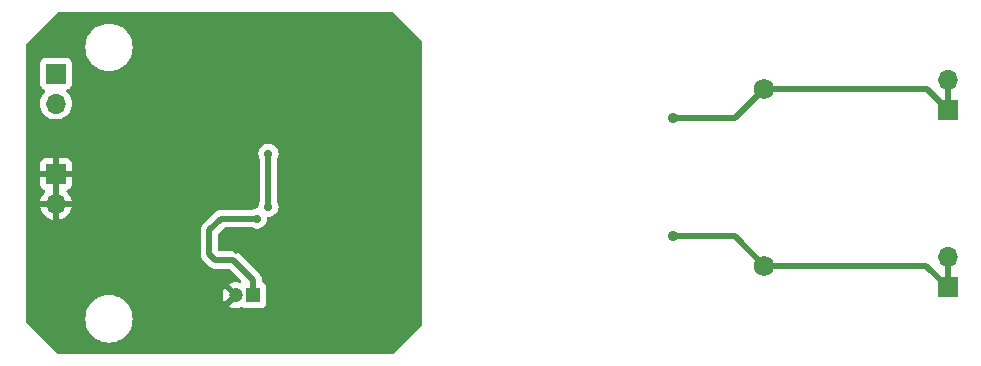
<source format=gbr>
%TF.GenerationSoftware,KiCad,Pcbnew,8.0.2*%
%TF.CreationDate,2024-12-11T18:03:45+01:00*%
%TF.ProjectId,Przetwornica_4_to_400,50727a65-7477-46f7-926e-6963615f345f,rev?*%
%TF.SameCoordinates,Original*%
%TF.FileFunction,Copper,L2,Bot*%
%TF.FilePolarity,Positive*%
%FSLAX46Y46*%
G04 Gerber Fmt 4.6, Leading zero omitted, Abs format (unit mm)*
G04 Created by KiCad (PCBNEW 8.0.2) date 2024-12-11 18:03:45*
%MOMM*%
%LPD*%
G01*
G04 APERTURE LIST*
%TA.AperFunction,ComponentPad*%
%ADD10R,1.700000X1.700000*%
%TD*%
%TA.AperFunction,ComponentPad*%
%ADD11O,1.700000X1.700000*%
%TD*%
%TA.AperFunction,ComponentPad*%
%ADD12C,1.725000*%
%TD*%
%TA.AperFunction,ComponentPad*%
%ADD13R,1.200000X1.200000*%
%TD*%
%TA.AperFunction,ComponentPad*%
%ADD14C,1.200000*%
%TD*%
%TA.AperFunction,ViaPad*%
%ADD15C,0.500000*%
%TD*%
%TA.AperFunction,ViaPad*%
%ADD16C,0.900000*%
%TD*%
%TA.AperFunction,ViaPad*%
%ADD17C,0.700000*%
%TD*%
%TA.AperFunction,Conductor*%
%ADD18C,0.500000*%
%TD*%
G04 APERTURE END LIST*
D10*
%TO.P,J2,1,Pin_1*%
%TO.N,GND1*%
X132000000Y-67290000D03*
D11*
%TO.P,J2,2,Pin_2*%
X132000000Y-64750000D03*
%TD*%
D10*
%TO.P,J3,1,Pin_1*%
%TO.N,Net-(J3-Pin_1)*%
X56500000Y-49225000D03*
D11*
%TO.P,J3,2,Pin_2*%
X56500000Y-51765000D03*
%TD*%
D12*
%TO.P,C1,1,1*%
%TO.N,GND1*%
X116500000Y-65500000D03*
%TO.P,C1,2,2*%
%TO.N,Net-(D1-K)*%
X116500000Y-50500000D03*
%TD*%
D10*
%TO.P,J1,1,Pin_1*%
%TO.N,Net-(D1-K)*%
X132000000Y-52275000D03*
D11*
%TO.P,J1,2,Pin_2*%
X132000000Y-49735000D03*
%TD*%
D13*
%TO.P,C2,1*%
%TO.N,Net-(U1-INTVCC)*%
X73222600Y-68000000D03*
D14*
%TO.P,C2,2*%
%TO.N,GND*%
X71722600Y-68000000D03*
%TD*%
D10*
%TO.P,J5,1,Pin_1*%
%TO.N,GND*%
X56500000Y-57725000D03*
D11*
%TO.P,J5,2,Pin_2*%
X56500000Y-60265000D03*
%TD*%
D15*
%TO.N,GND*%
X77250000Y-55000000D03*
X77500000Y-56750000D03*
X77500000Y-59250000D03*
X81000000Y-59250000D03*
X81000000Y-56750000D03*
X81000000Y-54250000D03*
X81000000Y-51750000D03*
X68250000Y-58500000D03*
X69750000Y-58500000D03*
X70500000Y-66000000D03*
X69000000Y-65500000D03*
X68500000Y-64750000D03*
D16*
%TO.N,Net-(D1-K)*%
X108750000Y-53000000D03*
D15*
%TO.N,GND*%
X54250000Y-56250000D03*
X63250000Y-61750000D03*
X59500000Y-53000000D03*
X63000000Y-50000000D03*
X85750000Y-51750000D03*
X83000000Y-45250000D03*
X68000000Y-54500000D03*
X54500000Y-62500000D03*
X80000000Y-72250000D03*
X64500000Y-63000000D03*
X76750000Y-56000000D03*
X58500000Y-52000000D03*
X58500000Y-55750000D03*
X83750000Y-50000000D03*
X56750000Y-54000000D03*
X76750000Y-52250000D03*
X82750000Y-57500000D03*
X67750000Y-64750000D03*
X74500000Y-45500000D03*
X77250000Y-64250000D03*
X73250000Y-59250000D03*
X54500000Y-52750000D03*
X68250000Y-63500000D03*
X67750000Y-66000000D03*
X69500000Y-66000000D03*
X66500000Y-54500000D03*
X67000000Y-45500000D03*
X58000000Y-72000000D03*
X82750000Y-62250000D03*
X60500000Y-63500000D03*
X85750000Y-60750000D03*
X70000000Y-72250000D03*
X82500000Y-53250000D03*
X74750000Y-72250000D03*
X73000000Y-64250000D03*
X69000000Y-58500000D03*
X74000000Y-54750000D03*
X75250000Y-53500000D03*
X75750000Y-64250000D03*
X63500000Y-54500000D03*
X69500000Y-54500000D03*
X64500000Y-47250000D03*
X64750000Y-69500000D03*
X57500000Y-45500000D03*
X75500000Y-59000000D03*
X84000000Y-72000000D03*
X65000000Y-54500000D03*
X83000000Y-67250000D03*
X76250000Y-50000000D03*
X86000000Y-65250000D03*
X54750000Y-47000000D03*
X74250000Y-64250000D03*
X71000000Y-54500000D03*
X71500000Y-58000000D03*
X85750000Y-56000000D03*
X79000000Y-64250000D03*
X70500000Y-64000000D03*
X64500000Y-72250000D03*
X60750000Y-61250000D03*
X76250000Y-61750000D03*
X79000000Y-51250000D03*
X67750000Y-67500000D03*
X72500000Y-54750000D03*
X86000000Y-69750000D03*
X78250000Y-67750000D03*
X58750000Y-66000000D03*
X68750000Y-50000000D03*
X54500000Y-68750000D03*
X71750000Y-64250000D03*
X60250000Y-57250000D03*
X76000000Y-60500000D03*
X77500000Y-61750000D03*
X60500000Y-59750000D03*
X66500000Y-58000000D03*
X62000000Y-54500000D03*
X60500000Y-54000000D03*
D17*
%TO.N,Net-(U1-INTVCC)*%
X73500000Y-61500000D03*
%TO.N,Net-(J3-Pin_1)*%
X74500000Y-56000000D03*
X74500000Y-60500000D03*
D16*
%TO.N,GND1*%
X108750000Y-63000000D03*
%TD*%
D18*
%TO.N,Net-(D1-K)*%
X132000000Y-49735000D02*
X132000000Y-52275000D01*
X116500000Y-50500000D02*
X130225000Y-50500000D01*
X130225000Y-50500000D02*
X132000000Y-52275000D01*
X114000000Y-53000000D02*
X116500000Y-50500000D01*
X108750000Y-53000000D02*
X114000000Y-53000000D01*
%TO.N,Net-(U1-INTVCC)*%
X73222600Y-66722600D02*
X73222600Y-68000000D01*
X69500000Y-62500000D02*
X69500000Y-64500000D01*
X71500000Y-65000000D02*
X73222600Y-66722600D01*
X70500000Y-61500000D02*
X69500000Y-62500000D01*
X73500000Y-61500000D02*
X70500000Y-61500000D01*
X69500000Y-64500000D02*
X70000000Y-65000000D01*
X70000000Y-65000000D02*
X71500000Y-65000000D01*
%TO.N,Net-(J3-Pin_1)*%
X74500000Y-56200000D02*
X74500000Y-60500000D01*
%TO.N,GND1*%
X130210000Y-65500000D02*
X132000000Y-67290000D01*
X114000000Y-63000000D02*
X116500000Y-65500000D01*
X108750000Y-63000000D02*
X114000000Y-63000000D01*
X116500000Y-65500000D02*
X130210000Y-65500000D01*
X132000000Y-64750000D02*
X132000000Y-67290000D01*
%TD*%
%TA.AperFunction,Conductor*%
%TO.N,GND*%
G36*
X56750000Y-59831988D02*
G01*
X56692993Y-59799075D01*
X56565826Y-59765000D01*
X56434174Y-59765000D01*
X56307007Y-59799075D01*
X56250000Y-59831988D01*
X56250000Y-58158012D01*
X56307007Y-58190925D01*
X56434174Y-58225000D01*
X56565826Y-58225000D01*
X56692993Y-58190925D01*
X56750000Y-58158012D01*
X56750000Y-59831988D01*
G37*
%TD.AperFunction*%
%TA.AperFunction,Conductor*%
G36*
X85016177Y-44020185D02*
G01*
X85036819Y-44036819D01*
X87463681Y-46463681D01*
X87497166Y-46525004D01*
X87500000Y-46551362D01*
X87500000Y-70448638D01*
X87480315Y-70515677D01*
X87463681Y-70536319D01*
X85036819Y-72963181D01*
X84975496Y-72996666D01*
X84949138Y-72999500D01*
X56758676Y-72999500D01*
X56691637Y-72979815D01*
X56670995Y-72963181D01*
X54036819Y-70329005D01*
X54003334Y-70267682D01*
X54000500Y-70241324D01*
X54000500Y-69999998D01*
X58994390Y-69999998D01*
X58994390Y-70000001D01*
X59014804Y-70285433D01*
X59075628Y-70565037D01*
X59175635Y-70833166D01*
X59312770Y-71084309D01*
X59312775Y-71084317D01*
X59484254Y-71313387D01*
X59484270Y-71313405D01*
X59686594Y-71515729D01*
X59686612Y-71515745D01*
X59915682Y-71687224D01*
X59915690Y-71687229D01*
X60166833Y-71824364D01*
X60166832Y-71824364D01*
X60166836Y-71824365D01*
X60166839Y-71824367D01*
X60434954Y-71924369D01*
X60434960Y-71924370D01*
X60434962Y-71924371D01*
X60714566Y-71985195D01*
X60714568Y-71985195D01*
X60714572Y-71985196D01*
X60968220Y-72003337D01*
X60999999Y-72005610D01*
X61000000Y-72005610D01*
X61000001Y-72005610D01*
X61028595Y-72003564D01*
X61285428Y-71985196D01*
X61565046Y-71924369D01*
X61833161Y-71824367D01*
X62084315Y-71687226D01*
X62313395Y-71515739D01*
X62515739Y-71313395D01*
X62687226Y-71084315D01*
X62824367Y-70833161D01*
X62924369Y-70565046D01*
X62964081Y-70382492D01*
X62985195Y-70285433D01*
X62985195Y-70285432D01*
X62985196Y-70285428D01*
X63005610Y-70000000D01*
X62985196Y-69714572D01*
X62924369Y-69434954D01*
X62824367Y-69166839D01*
X62788142Y-69100499D01*
X62687229Y-68915690D01*
X62687224Y-68915682D01*
X62515745Y-68686612D01*
X62515729Y-68686594D01*
X62313405Y-68484270D01*
X62313387Y-68484254D01*
X62084317Y-68312775D01*
X62084309Y-68312770D01*
X61833166Y-68175635D01*
X61833167Y-68175635D01*
X61672732Y-68115796D01*
X61565046Y-68075631D01*
X61565043Y-68075630D01*
X61565037Y-68075628D01*
X61285433Y-68014804D01*
X61078427Y-67999999D01*
X70617887Y-67999999D01*
X70617887Y-68000000D01*
X70636696Y-68202989D01*
X70636697Y-68202992D01*
X70692483Y-68399063D01*
X70692486Y-68399069D01*
X70783351Y-68581551D01*
X70785133Y-68583911D01*
X71369046Y-68000000D01*
X70785133Y-67416087D01*
X70783355Y-67418442D01*
X70783354Y-67418443D01*
X70692486Y-67600930D01*
X70692483Y-67600936D01*
X70636697Y-67797007D01*
X70636696Y-67797010D01*
X70617887Y-67999999D01*
X61078427Y-67999999D01*
X61000001Y-67994390D01*
X60999999Y-67994390D01*
X60714566Y-68014804D01*
X60434962Y-68075628D01*
X60166833Y-68175635D01*
X59915690Y-68312770D01*
X59915682Y-68312775D01*
X59686612Y-68484254D01*
X59686594Y-68484270D01*
X59484270Y-68686594D01*
X59484254Y-68686612D01*
X59312775Y-68915682D01*
X59312770Y-68915690D01*
X59175635Y-69166833D01*
X59075628Y-69434962D01*
X59014804Y-69714566D01*
X58994390Y-69999998D01*
X54000500Y-69999998D01*
X54000500Y-64573920D01*
X68749499Y-64573920D01*
X68778340Y-64718907D01*
X68778343Y-64718917D01*
X68834914Y-64855492D01*
X68867812Y-64904727D01*
X68867813Y-64904730D01*
X68917046Y-64978414D01*
X68917052Y-64978421D01*
X69521584Y-65582952D01*
X69521586Y-65582954D01*
X69551058Y-65602645D01*
X69595270Y-65632186D01*
X69644505Y-65665084D01*
X69644506Y-65665084D01*
X69644507Y-65665085D01*
X69644509Y-65665086D01*
X69781082Y-65721656D01*
X69781087Y-65721658D01*
X69781091Y-65721658D01*
X69781092Y-65721659D01*
X69926079Y-65750500D01*
X69926082Y-65750500D01*
X69926083Y-65750500D01*
X70073918Y-65750500D01*
X71137770Y-65750500D01*
X71204809Y-65770185D01*
X71225451Y-65786819D01*
X72182516Y-66743883D01*
X72216001Y-66805206D01*
X72211017Y-66874897D01*
X72169145Y-66930831D01*
X72103681Y-66955248D01*
X72050042Y-66947191D01*
X72024924Y-66937460D01*
X71824528Y-66900000D01*
X71620672Y-66900000D01*
X71420278Y-66937460D01*
X71230188Y-67011100D01*
X71230181Y-67011104D01*
X71141912Y-67065757D01*
X71141911Y-67065758D01*
X71781298Y-67705145D01*
X71762096Y-67700000D01*
X71683104Y-67700000D01*
X71606804Y-67720444D01*
X71538395Y-67759940D01*
X71482540Y-67815795D01*
X71443044Y-67884204D01*
X71422600Y-67960504D01*
X71422600Y-68039496D01*
X71443044Y-68115796D01*
X71482540Y-68184205D01*
X71538395Y-68240060D01*
X71606804Y-68279556D01*
X71683104Y-68300000D01*
X71762096Y-68300000D01*
X71781295Y-68294855D01*
X71141911Y-68934240D01*
X71230185Y-68988897D01*
X71420278Y-69062539D01*
X71620672Y-69100000D01*
X71824528Y-69100000D01*
X72024926Y-69062538D01*
X72211502Y-68990259D01*
X72281125Y-68984396D01*
X72330605Y-69006617D01*
X72348088Y-69019705D01*
X72380268Y-69043795D01*
X72380271Y-69043797D01*
X72515117Y-69094091D01*
X72515116Y-69094091D01*
X72522044Y-69094835D01*
X72574727Y-69100500D01*
X73870472Y-69100499D01*
X73930083Y-69094091D01*
X74064931Y-69043796D01*
X74180146Y-68957546D01*
X74266396Y-68842331D01*
X74316691Y-68707483D01*
X74323100Y-68647873D01*
X74323099Y-67352128D01*
X74316691Y-67292517D01*
X74266396Y-67157669D01*
X74266395Y-67157668D01*
X74266393Y-67157664D01*
X74180147Y-67042455D01*
X74180144Y-67042452D01*
X74064935Y-66956206D01*
X74064932Y-66956205D01*
X74064931Y-66956204D01*
X74053761Y-66952038D01*
X73997831Y-66910166D01*
X73973416Y-66844701D01*
X73973100Y-66835858D01*
X73973100Y-66648679D01*
X73944259Y-66503692D01*
X73944258Y-66503691D01*
X73944258Y-66503687D01*
X73944256Y-66503682D01*
X73887687Y-66367111D01*
X73887680Y-66367098D01*
X73805552Y-66244185D01*
X73805551Y-66244184D01*
X73701016Y-66139649D01*
X73283023Y-65721656D01*
X71978421Y-64417052D01*
X71978414Y-64417046D01*
X71904729Y-64367812D01*
X71904729Y-64367813D01*
X71855491Y-64334913D01*
X71718917Y-64278343D01*
X71718907Y-64278340D01*
X71573920Y-64249500D01*
X71573918Y-64249500D01*
X70374500Y-64249500D01*
X70307461Y-64229815D01*
X70261706Y-64177011D01*
X70250500Y-64125500D01*
X70250500Y-62862229D01*
X70270185Y-62795190D01*
X70286819Y-62774548D01*
X70774548Y-62286819D01*
X70835871Y-62253334D01*
X70862229Y-62250500D01*
X73068259Y-62250500D01*
X73118693Y-62261219D01*
X73235733Y-62313329D01*
X73410609Y-62350500D01*
X73410610Y-62350500D01*
X73589389Y-62350500D01*
X73589391Y-62350500D01*
X73764267Y-62313329D01*
X73927593Y-62240612D01*
X74072230Y-62135526D01*
X74191859Y-62002665D01*
X74281250Y-61847835D01*
X74336497Y-61677803D01*
X74355185Y-61500000D01*
X74353867Y-61487460D01*
X74366437Y-61418731D01*
X74414169Y-61367708D01*
X74477188Y-61350500D01*
X74589389Y-61350500D01*
X74589391Y-61350500D01*
X74764267Y-61313329D01*
X74927593Y-61240612D01*
X75072230Y-61135526D01*
X75191859Y-61002665D01*
X75281250Y-60847835D01*
X75336497Y-60677803D01*
X75355185Y-60500000D01*
X75336497Y-60322197D01*
X75281250Y-60152165D01*
X75267113Y-60127678D01*
X75250500Y-60065678D01*
X75250500Y-56434320D01*
X75267112Y-56372322D01*
X75281250Y-56347835D01*
X75336497Y-56177803D01*
X75355185Y-56000000D01*
X75336497Y-55822197D01*
X75281250Y-55652165D01*
X75191859Y-55497335D01*
X75145003Y-55445296D01*
X75072235Y-55364478D01*
X75072232Y-55364476D01*
X75072231Y-55364475D01*
X75072230Y-55364474D01*
X74927593Y-55259388D01*
X74764267Y-55186671D01*
X74764265Y-55186670D01*
X74636594Y-55159533D01*
X74589391Y-55149500D01*
X74410609Y-55149500D01*
X74379954Y-55156015D01*
X74235733Y-55186670D01*
X74235728Y-55186672D01*
X74072408Y-55259387D01*
X73927768Y-55364475D01*
X73808140Y-55497336D01*
X73718750Y-55652164D01*
X73718747Y-55652170D01*
X73663504Y-55822192D01*
X73663503Y-55822194D01*
X73644815Y-56000000D01*
X73663503Y-56177805D01*
X73663504Y-56177807D01*
X73718747Y-56347829D01*
X73718748Y-56347830D01*
X73718750Y-56347835D01*
X73732887Y-56372322D01*
X73749500Y-56434320D01*
X73749500Y-60065678D01*
X73732887Y-60127678D01*
X73718750Y-60152163D01*
X73663504Y-60322192D01*
X73663503Y-60322194D01*
X73644815Y-60500000D01*
X73646133Y-60512540D01*
X73633563Y-60581269D01*
X73585830Y-60632293D01*
X73522812Y-60649500D01*
X73410609Y-60649500D01*
X73379954Y-60656015D01*
X73235733Y-60686670D01*
X73118694Y-60738780D01*
X73068259Y-60749500D01*
X70426076Y-60749500D01*
X70397242Y-60755234D01*
X70397243Y-60755235D01*
X70281093Y-60778339D01*
X70281083Y-60778342D01*
X70201081Y-60811479D01*
X70201082Y-60811480D01*
X70144505Y-60834915D01*
X70062372Y-60889795D01*
X70021585Y-60917047D01*
X70021581Y-60917050D01*
X68917048Y-62021583D01*
X68896478Y-62052369D01*
X68876045Y-62082951D01*
X68834919Y-62144499D01*
X68834912Y-62144511D01*
X68778343Y-62281082D01*
X68778340Y-62281092D01*
X68749500Y-62426079D01*
X68749500Y-62426082D01*
X68749500Y-64573918D01*
X68749500Y-64573920D01*
X68749499Y-64573920D01*
X54000500Y-64573920D01*
X54000500Y-56827155D01*
X55150000Y-56827155D01*
X55150000Y-57475000D01*
X56066988Y-57475000D01*
X56034075Y-57532007D01*
X56000000Y-57659174D01*
X56000000Y-57790826D01*
X56034075Y-57917993D01*
X56066988Y-57975000D01*
X55150000Y-57975000D01*
X55150000Y-58622844D01*
X55156401Y-58682372D01*
X55156403Y-58682379D01*
X55206645Y-58817086D01*
X55206649Y-58817093D01*
X55292809Y-58932187D01*
X55292812Y-58932190D01*
X55407906Y-59018350D01*
X55407913Y-59018354D01*
X55539986Y-59067614D01*
X55595920Y-59109485D01*
X55620337Y-59174949D01*
X55605486Y-59243222D01*
X55584335Y-59271477D01*
X55461886Y-59393926D01*
X55326400Y-59587420D01*
X55326399Y-59587422D01*
X55226570Y-59801507D01*
X55226567Y-59801513D01*
X55169364Y-60014999D01*
X55169364Y-60015000D01*
X56066988Y-60015000D01*
X56034075Y-60072007D01*
X56000000Y-60199174D01*
X56000000Y-60330826D01*
X56034075Y-60457993D01*
X56066988Y-60515000D01*
X55169364Y-60515000D01*
X55226567Y-60728486D01*
X55226570Y-60728492D01*
X55326399Y-60942578D01*
X55461894Y-61136082D01*
X55628917Y-61303105D01*
X55822421Y-61438600D01*
X56036507Y-61538429D01*
X56036516Y-61538433D01*
X56250000Y-61595634D01*
X56250000Y-60698012D01*
X56307007Y-60730925D01*
X56434174Y-60765000D01*
X56565826Y-60765000D01*
X56692993Y-60730925D01*
X56750000Y-60698012D01*
X56750000Y-61595633D01*
X56963483Y-61538433D01*
X56963492Y-61538429D01*
X57177578Y-61438600D01*
X57371082Y-61303105D01*
X57538105Y-61136082D01*
X57673600Y-60942578D01*
X57773429Y-60728492D01*
X57773432Y-60728486D01*
X57830636Y-60515000D01*
X56933012Y-60515000D01*
X56965925Y-60457993D01*
X57000000Y-60330826D01*
X57000000Y-60199174D01*
X56965925Y-60072007D01*
X56933012Y-60015000D01*
X57830636Y-60015000D01*
X57830635Y-60014999D01*
X57773432Y-59801513D01*
X57773429Y-59801507D01*
X57673600Y-59587422D01*
X57673599Y-59587420D01*
X57538113Y-59393926D01*
X57538108Y-59393920D01*
X57415665Y-59271477D01*
X57382180Y-59210154D01*
X57387164Y-59140462D01*
X57429036Y-59084529D01*
X57460013Y-59067614D01*
X57592086Y-59018354D01*
X57592093Y-59018350D01*
X57707187Y-58932190D01*
X57707190Y-58932187D01*
X57793350Y-58817093D01*
X57793354Y-58817086D01*
X57843596Y-58682379D01*
X57843598Y-58682372D01*
X57849999Y-58622844D01*
X57850000Y-58622827D01*
X57850000Y-57975000D01*
X56933012Y-57975000D01*
X56965925Y-57917993D01*
X57000000Y-57790826D01*
X57000000Y-57659174D01*
X56965925Y-57532007D01*
X56933012Y-57475000D01*
X57850000Y-57475000D01*
X57850000Y-56827172D01*
X57849999Y-56827155D01*
X57843598Y-56767627D01*
X57843596Y-56767620D01*
X57793354Y-56632913D01*
X57793350Y-56632906D01*
X57707190Y-56517812D01*
X57707187Y-56517809D01*
X57592093Y-56431649D01*
X57592086Y-56431645D01*
X57457379Y-56381403D01*
X57457372Y-56381401D01*
X57397844Y-56375000D01*
X56750000Y-56375000D01*
X56750000Y-57291988D01*
X56692993Y-57259075D01*
X56565826Y-57225000D01*
X56434174Y-57225000D01*
X56307007Y-57259075D01*
X56250000Y-57291988D01*
X56250000Y-56375000D01*
X55602155Y-56375000D01*
X55542627Y-56381401D01*
X55542620Y-56381403D01*
X55407913Y-56431645D01*
X55407906Y-56431649D01*
X55292812Y-56517809D01*
X55292809Y-56517812D01*
X55206649Y-56632906D01*
X55206645Y-56632913D01*
X55156403Y-56767620D01*
X55156401Y-56767627D01*
X55150000Y-56827155D01*
X54000500Y-56827155D01*
X54000500Y-51764999D01*
X55144341Y-51764999D01*
X55144341Y-51765000D01*
X55164936Y-52000403D01*
X55164938Y-52000413D01*
X55226094Y-52228655D01*
X55226096Y-52228659D01*
X55226097Y-52228663D01*
X55325965Y-52442830D01*
X55325967Y-52442834D01*
X55434281Y-52597521D01*
X55461505Y-52636401D01*
X55628599Y-52803495D01*
X55725384Y-52871265D01*
X55822165Y-52939032D01*
X55822167Y-52939033D01*
X55822170Y-52939035D01*
X56036337Y-53038903D01*
X56264592Y-53100063D01*
X56452918Y-53116539D01*
X56499999Y-53120659D01*
X56500000Y-53120659D01*
X56500001Y-53120659D01*
X56539234Y-53117226D01*
X56735408Y-53100063D01*
X56963663Y-53038903D01*
X57177830Y-52939035D01*
X57371401Y-52803495D01*
X57538495Y-52636401D01*
X57674035Y-52442830D01*
X57773903Y-52228663D01*
X57835063Y-52000408D01*
X57855659Y-51765000D01*
X57835063Y-51529592D01*
X57773903Y-51301337D01*
X57674035Y-51087171D01*
X57538495Y-50893599D01*
X57416567Y-50771671D01*
X57383084Y-50710351D01*
X57388068Y-50640659D01*
X57429939Y-50584725D01*
X57460915Y-50567810D01*
X57592331Y-50518796D01*
X57707546Y-50432546D01*
X57793796Y-50317331D01*
X57844091Y-50182483D01*
X57850500Y-50122873D01*
X57850499Y-48327128D01*
X57844091Y-48267517D01*
X57793796Y-48132669D01*
X57793795Y-48132668D01*
X57793793Y-48132664D01*
X57707547Y-48017455D01*
X57707544Y-48017452D01*
X57592335Y-47931206D01*
X57592328Y-47931202D01*
X57457482Y-47880908D01*
X57457483Y-47880908D01*
X57397883Y-47874501D01*
X57397881Y-47874500D01*
X57397873Y-47874500D01*
X57397864Y-47874500D01*
X55602129Y-47874500D01*
X55602123Y-47874501D01*
X55542516Y-47880908D01*
X55407671Y-47931202D01*
X55407664Y-47931206D01*
X55292455Y-48017452D01*
X55292452Y-48017455D01*
X55206206Y-48132664D01*
X55206202Y-48132671D01*
X55155908Y-48267517D01*
X55150977Y-48313387D01*
X55149501Y-48327123D01*
X55149500Y-48327135D01*
X55149500Y-50122870D01*
X55149501Y-50122876D01*
X55155908Y-50182483D01*
X55206202Y-50317328D01*
X55206206Y-50317335D01*
X55292452Y-50432544D01*
X55292455Y-50432547D01*
X55407664Y-50518793D01*
X55407671Y-50518797D01*
X55539081Y-50567810D01*
X55595015Y-50609681D01*
X55619432Y-50675145D01*
X55604580Y-50743418D01*
X55583430Y-50771673D01*
X55461503Y-50893600D01*
X55325965Y-51087169D01*
X55325964Y-51087171D01*
X55226098Y-51301335D01*
X55226094Y-51301344D01*
X55164938Y-51529586D01*
X55164936Y-51529596D01*
X55144341Y-51764999D01*
X54000500Y-51764999D01*
X54000500Y-46999998D01*
X58994390Y-46999998D01*
X58994390Y-47000001D01*
X59014804Y-47285433D01*
X59075628Y-47565037D01*
X59175635Y-47833166D01*
X59312770Y-48084309D01*
X59312775Y-48084317D01*
X59484254Y-48313387D01*
X59484270Y-48313405D01*
X59686594Y-48515729D01*
X59686612Y-48515745D01*
X59915682Y-48687224D01*
X59915690Y-48687229D01*
X60166833Y-48824364D01*
X60166832Y-48824364D01*
X60166836Y-48824365D01*
X60166839Y-48824367D01*
X60434954Y-48924369D01*
X60434960Y-48924370D01*
X60434962Y-48924371D01*
X60714566Y-48985195D01*
X60714568Y-48985195D01*
X60714572Y-48985196D01*
X60968220Y-49003337D01*
X60999999Y-49005610D01*
X61000000Y-49005610D01*
X61000001Y-49005610D01*
X61028595Y-49003564D01*
X61285428Y-48985196D01*
X61565046Y-48924369D01*
X61833161Y-48824367D01*
X62084315Y-48687226D01*
X62313395Y-48515739D01*
X62515739Y-48313395D01*
X62687226Y-48084315D01*
X62824367Y-47833161D01*
X62924369Y-47565046D01*
X62985196Y-47285428D01*
X63005610Y-47000000D01*
X62985196Y-46714572D01*
X62975716Y-46670995D01*
X62924371Y-46434962D01*
X62924370Y-46434960D01*
X62924369Y-46434954D01*
X62824367Y-46166839D01*
X62744025Y-46019705D01*
X62687229Y-45915690D01*
X62687224Y-45915682D01*
X62515745Y-45686612D01*
X62515729Y-45686594D01*
X62313405Y-45484270D01*
X62313387Y-45484254D01*
X62084317Y-45312775D01*
X62084309Y-45312770D01*
X61833166Y-45175635D01*
X61833167Y-45175635D01*
X61725915Y-45135632D01*
X61565046Y-45075631D01*
X61565043Y-45075630D01*
X61565037Y-45075628D01*
X61285433Y-45014804D01*
X61000001Y-44994390D01*
X60999999Y-44994390D01*
X60714566Y-45014804D01*
X60434962Y-45075628D01*
X60166833Y-45175635D01*
X59915690Y-45312770D01*
X59915682Y-45312775D01*
X59686612Y-45484254D01*
X59686594Y-45484270D01*
X59484270Y-45686594D01*
X59484254Y-45686612D01*
X59312775Y-45915682D01*
X59312770Y-45915690D01*
X59175635Y-46166833D01*
X59075628Y-46434962D01*
X59014804Y-46714566D01*
X58994390Y-46999998D01*
X54000500Y-46999998D01*
X54000500Y-46758676D01*
X54020185Y-46691637D01*
X54036819Y-46670995D01*
X56670995Y-44036819D01*
X56732318Y-44003334D01*
X56758676Y-44000500D01*
X84949138Y-44000500D01*
X85016177Y-44020185D01*
G37*
%TD.AperFunction*%
%TD*%
M02*

</source>
